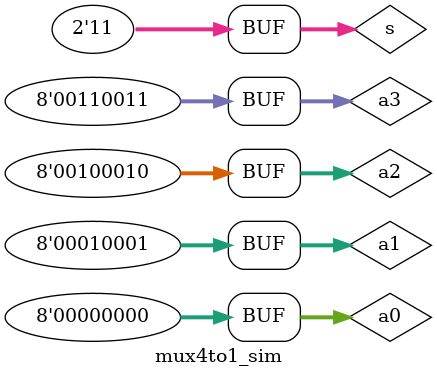
<source format=v>
`timescale 1ns / 1ps


module mux4to1_sim(

    );
// input
reg [7:0] a0 = 8'b00000000;
reg [7:0] a1 = 8'b00010001;
reg [7:0] a2 = 8'b00100010;
reg [7:0] a3 = 8'b00110011;

reg [1:0] s = 2'b00;

//output
wire [7:0] q;

mux4to1 #(8) u(a0,a1,a2,a3,s,q);

initial begin
#200 s = 2'b01;
#200 s = 2'b10;
#200 s = 2'b11;
end
endmodule

</source>
